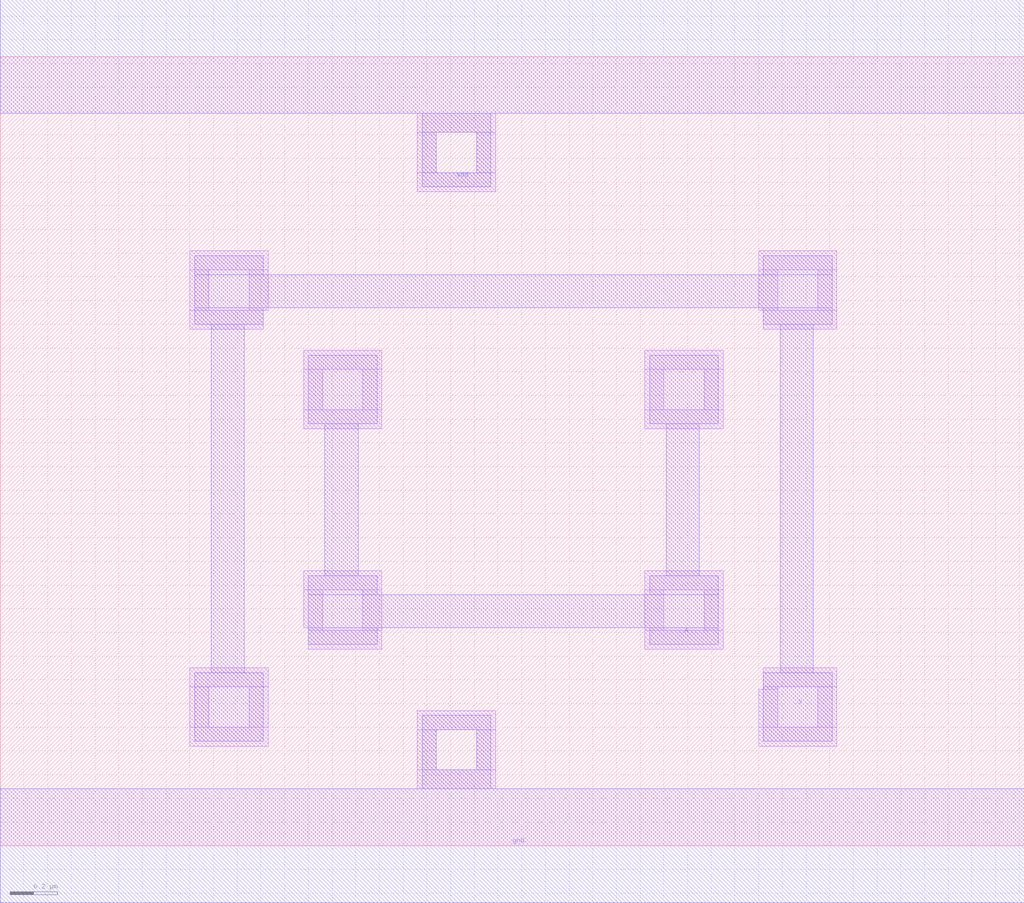
<source format=lef>
VERSION 5.7 ;
  NOWIREEXTENSIONATPIN ON ;
  DIVIDERCHAR "/" ;
  BUSBITCHARS "[]" ;
MACRO INVX4
  CLASS CORE ;
  FOREIGN INVX4 ;
  ORIGIN 0.000 0.000 ;
  SIZE 4.320 BY 3.330 ;
  SYMMETRY X Y R90 ;
  SITE unit ;
  PIN vdd
    DIRECTION INOUT ;
    USE POWER ;
    SHAPE ABUTMENT ;
    PORT
      LAYER met1 ;
        RECT 0.000 3.090 4.320 3.570 ;
        RECT 1.780 3.010 2.070 3.090 ;
        RECT 1.780 2.840 1.840 3.010 ;
        RECT 2.010 2.840 2.070 3.010 ;
        RECT 1.780 2.780 2.070 2.840 ;
    END
  END vdd
  PIN gnd
    DIRECTION INOUT ;
    USE POWER ;
    SHAPE ABUTMENT ;
    PORT
      LAYER met1 ;
        RECT 1.780 0.490 2.070 0.550 ;
        RECT 1.780 0.320 1.840 0.490 ;
        RECT 2.010 0.320 2.070 0.490 ;
        RECT 1.780 0.240 2.070 0.320 ;
        RECT 0.000 -0.240 4.320 0.240 ;
    END
  END gnd
  PIN Y
    DIRECTION INOUT ;
    USE SIGNAL ;
    SHAPE ABUTMENT ;
    PORT
      LAYER met1 ;
        RECT 0.820 2.410 1.110 2.490 ;
        RECT 3.220 2.410 3.510 2.490 ;
        RECT 0.820 2.270 3.510 2.410 ;
        RECT 0.820 2.200 1.110 2.270 ;
        RECT 3.220 2.200 3.510 2.270 ;
        RECT 0.890 0.730 1.030 2.200 ;
        RECT 3.290 0.730 3.430 2.200 ;
        RECT 0.820 0.440 1.110 0.730 ;
        RECT 3.220 0.440 3.510 0.730 ;
    END
  END Y
  PIN A
    DIRECTION INOUT ;
    USE SIGNAL ;
    SHAPE ABUTMENT ;
    PORT
      LAYER met1 ;
        RECT 1.300 1.780 1.590 2.070 ;
        RECT 2.740 1.780 3.030 2.070 ;
        RECT 1.370 1.140 1.510 1.780 ;
        RECT 2.810 1.140 2.950 1.780 ;
        RECT 1.300 1.060 1.590 1.140 ;
        RECT 2.740 1.060 3.030 1.140 ;
        RECT 1.300 0.920 3.030 1.060 ;
        RECT 1.300 0.850 1.590 0.920 ;
        RECT 2.740 0.850 3.030 0.920 ;
    END
  END A
  OBS
      LAYER li1 ;
        RECT 1.760 3.010 2.090 3.090 ;
        RECT 1.760 2.840 1.840 3.010 ;
        RECT 2.010 2.840 2.090 3.010 ;
        RECT 1.760 2.760 2.090 2.840 ;
        RECT 0.800 2.430 1.130 2.510 ;
        RECT 0.800 2.260 0.880 2.430 ;
        RECT 1.050 2.260 1.130 2.430 ;
        RECT 3.200 2.430 3.530 2.510 ;
        RECT 3.200 2.260 3.280 2.430 ;
        RECT 3.450 2.260 3.530 2.430 ;
        RECT 0.800 2.180 1.110 2.260 ;
        RECT 3.220 2.180 3.530 2.260 ;
        RECT 1.280 2.010 1.610 2.090 ;
        RECT 1.280 1.840 1.360 2.010 ;
        RECT 1.530 1.840 1.610 2.010 ;
        RECT 1.280 1.760 1.610 1.840 ;
        RECT 2.720 2.010 3.050 2.090 ;
        RECT 2.720 1.840 2.800 2.010 ;
        RECT 2.970 1.840 3.050 2.010 ;
        RECT 2.720 1.760 3.050 1.840 ;
        RECT 1.280 1.080 1.610 1.160 ;
        RECT 1.280 0.920 1.360 1.080 ;
        RECT 1.300 0.910 1.360 0.920 ;
        RECT 1.530 0.910 1.610 1.080 ;
        RECT 1.300 0.830 1.610 0.910 ;
        RECT 2.720 1.080 3.050 1.160 ;
        RECT 2.720 0.910 2.800 1.080 ;
        RECT 2.970 0.910 3.050 1.080 ;
        RECT 2.720 0.830 3.050 0.910 ;
        RECT 0.800 0.670 1.130 0.750 ;
        RECT 0.800 0.500 0.880 0.670 ;
        RECT 1.050 0.500 1.130 0.670 ;
        RECT 3.220 0.670 3.530 0.750 ;
        RECT 3.220 0.660 3.280 0.670 ;
        RECT 0.800 0.420 1.130 0.500 ;
        RECT 1.760 0.490 2.090 0.570 ;
        RECT 1.760 0.320 1.840 0.490 ;
        RECT 2.010 0.320 2.090 0.490 ;
        RECT 3.200 0.500 3.280 0.660 ;
        RECT 3.450 0.500 3.530 0.670 ;
        RECT 3.200 0.420 3.530 0.500 ;
        RECT 1.760 0.240 2.090 0.320 ;
  END
END INVX4
END LIBRARY


</source>
